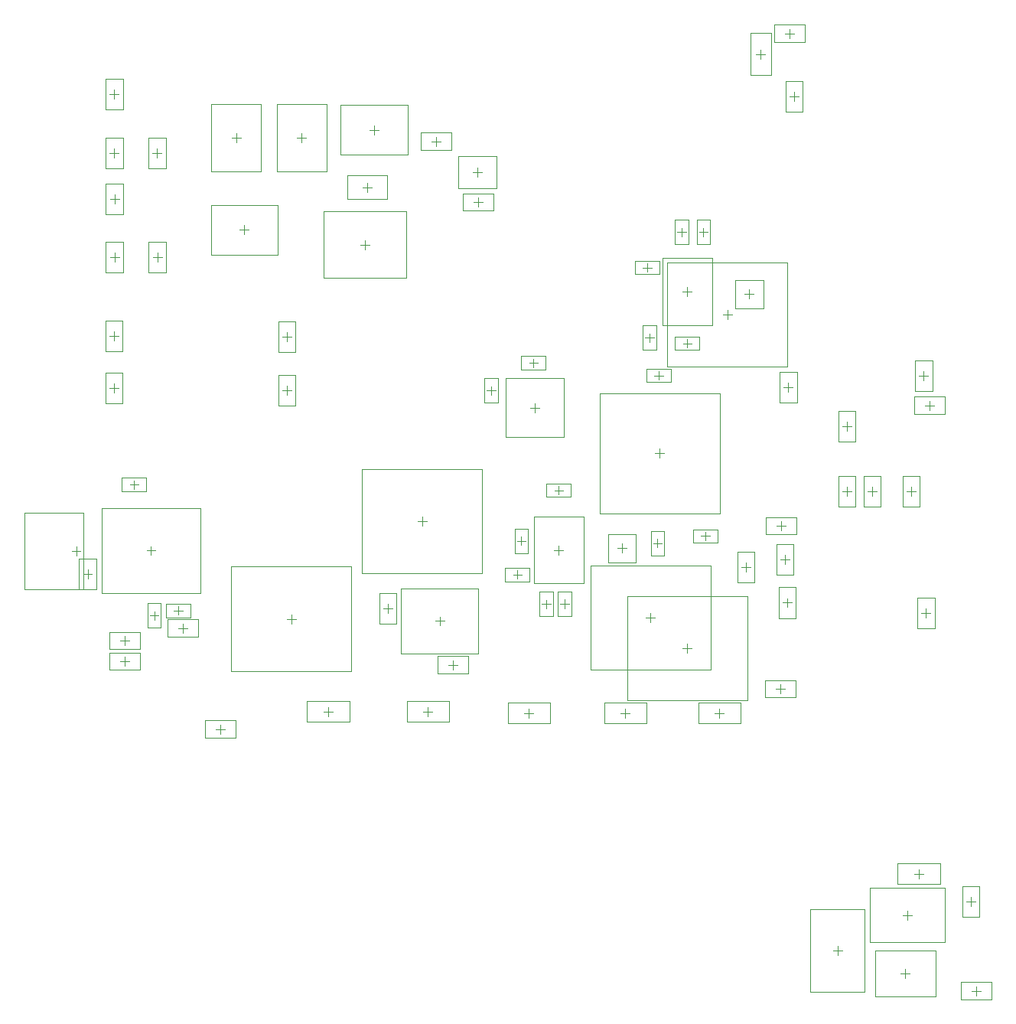
<source format=gbr>
%TF.GenerationSoftware,Altium Limited,Altium Designer,18.1.9 (240)*%
G04 Layer_Color=32768*
%FSLAX26Y26*%
%MOIN*%
%TF.FileFunction,Other,Mechanical_15*%
%TF.Part,Single*%
G01*
G75*
%TA.AperFunction,NonConductor*%
%ADD73C,0.003937*%
%ADD129C,0.001968*%
D73*
X8640315Y5500000D02*
X8679685D01*
X8660000Y5480315D02*
Y5519685D01*
X8233858Y4102205D02*
X8273228D01*
X8253543Y4082520D02*
Y4121890D01*
X7907480Y4100000D02*
X7946850D01*
X7927165Y4080315D02*
Y4119685D01*
X8180000Y4371299D02*
Y4408701D01*
X8161299Y4390000D02*
X8198701D01*
X7957480Y4000000D02*
X7996850D01*
X7977165Y3980315D02*
Y4019685D01*
X8248465Y3820000D02*
X8285866D01*
X8267165Y3801299D02*
Y3838701D01*
X8372165Y3822480D02*
Y3859882D01*
X8353465Y3841181D02*
X8390866D01*
X8140000Y3690315D02*
Y3729685D01*
X8120315Y3710000D02*
X8159685D01*
X8392165Y3745315D02*
Y3784685D01*
X8372480Y3765000D02*
X8411850D01*
X8140000Y3600315D02*
Y3639685D01*
X8120315Y3620000D02*
X8159685D01*
X8555000Y3305315D02*
Y3344685D01*
X8535315Y3325000D02*
X8574685D01*
X9570000Y3585315D02*
Y3624685D01*
X9550315Y3605000D02*
X9589685D01*
X9265315Y3850000D02*
X9304685D01*
X9285000Y3830315D02*
Y3869685D01*
X8845315Y3805000D02*
X8884685D01*
X8865000Y3785315D02*
Y3824685D01*
X9415315Y4230000D02*
X9454685D01*
X9435000Y4210315D02*
Y4249685D01*
X10668425Y4147133D02*
Y4184535D01*
X10649724Y4165834D02*
X10687126D01*
X10570315Y3676339D02*
X10609685D01*
X10590000Y3656653D02*
Y3696024D01*
X9025000Y3381614D02*
Y3420984D01*
X9005315Y3401299D02*
X9044685D01*
X9460000Y3381614D02*
Y3420984D01*
X9440315Y3401299D02*
X9479685D01*
X9900000Y3375315D02*
Y3414685D01*
X9880315Y3395000D02*
X9919685D01*
X10730000Y3375315D02*
Y3414685D01*
X10710315Y3395000D02*
X10749685D01*
X10320000Y3375315D02*
Y3414685D01*
X10300315Y3395000D02*
X10339685D01*
X9925000Y4705315D02*
Y4744685D01*
X9905315Y4725000D02*
X9944685D01*
X10441299Y4135000D02*
X10478701D01*
X10460000Y4116299D02*
Y4153701D01*
X9716299Y4800000D02*
X9753701D01*
X9735000Y4781299D02*
Y4818701D01*
X9901299Y4920000D02*
X9938701D01*
X9920000Y4901299D02*
Y4938701D01*
X10410315Y3810000D02*
X10449685D01*
X10430000Y3790315D02*
Y3829685D01*
X10305630Y4092913D02*
Y4132283D01*
X10285945Y4112599D02*
X10325315D01*
X9866732Y4126299D02*
Y4163701D01*
X9848031Y4145000D02*
X9885433D01*
X10055000Y3851890D02*
Y3889291D01*
X10036299Y3870590D02*
X10073701D01*
X9975000Y3851299D02*
Y3888701D01*
X9956299Y3870000D02*
X9993701D01*
X10030000Y4346299D02*
Y4383701D01*
X10011299Y4365000D02*
X10048701D01*
X9850000Y3979016D02*
Y4016417D01*
X9831299Y3997717D02*
X9868701D01*
X10010315Y4105000D02*
X10049685D01*
X10030000Y4085315D02*
Y4124685D01*
X10570315Y5230000D02*
X10609685D01*
X10590000Y5210315D02*
Y5249685D01*
X10465000Y4846299D02*
Y4883701D01*
X10446299Y4865000D02*
X10483701D01*
X10660000Y5471299D02*
Y5508701D01*
X10641299Y5490000D02*
X10678701D01*
X10565000Y5471299D02*
Y5508701D01*
X10546299Y5490000D02*
X10583701D01*
X10859370Y5200315D02*
Y5239685D01*
X10839685Y5220000D02*
X10879055D01*
X10425000Y5011299D02*
Y5048701D01*
X10406299Y5030000D02*
X10443701D01*
X10415000Y5316299D02*
Y5353701D01*
X10396299Y5335000D02*
X10433701D01*
X10590000Y4986299D02*
Y5023701D01*
X10571299Y5005000D02*
X10608701D01*
X9175315Y5685000D02*
X9214685D01*
X9195000Y5665315D02*
Y5704685D01*
X9185000Y5415315D02*
Y5454685D01*
X9165315Y5435000D02*
X9204685D01*
X9495000Y5865315D02*
Y5904685D01*
X9475315Y5885000D02*
X9514685D01*
X9680000Y5600315D02*
Y5639685D01*
X9660315Y5620000D02*
X9699685D01*
X9675000Y5730315D02*
Y5769685D01*
X9655315Y5750000D02*
X9694685D01*
X11225315Y2360000D02*
X11264685D01*
X11245000Y2340315D02*
Y2379685D01*
X11598071Y2675315D02*
Y2714685D01*
X11578386Y2695000D02*
X11617756D01*
X11850000Y2165315D02*
Y2204685D01*
X11830315Y2185000D02*
X11869685D01*
X11805315Y2575000D02*
X11844685D01*
X11825000Y2555315D02*
Y2594685D01*
X11550000Y2495315D02*
Y2534685D01*
X11530315Y2515000D02*
X11569685D01*
X11540000Y2240315D02*
Y2279685D01*
X11520315Y2260000D02*
X11559685D01*
X8261315Y5380000D02*
X8300685D01*
X8281000Y5360315D02*
Y5399685D01*
X8260315Y5835000D02*
X8299685D01*
X8280000Y5815315D02*
Y5854685D01*
X8073315Y5835000D02*
X8112685D01*
X8093000Y5815315D02*
Y5854685D01*
X8074315Y5380000D02*
X8113685D01*
X8094000Y5360315D02*
Y5399685D01*
X8825315Y4800000D02*
X8864685D01*
X8845000Y4780315D02*
Y4819685D01*
X8074315Y5635000D02*
X8113685D01*
X8094000Y5615315D02*
Y5654685D01*
X8073315Y6090000D02*
X8112685D01*
X8093000Y6070315D02*
Y6109685D01*
X8825315Y5033504D02*
X8864685D01*
X8845000Y5013819D02*
Y5053189D01*
X8072315Y5036888D02*
X8111685D01*
X8092000Y5017203D02*
Y5056573D01*
X8072315Y4810000D02*
X8111685D01*
X8092000Y4790315D02*
Y4829685D01*
X10890315Y6265000D02*
X10929685D01*
X10910000Y6245315D02*
Y6284685D01*
X11035000Y6335315D02*
Y6374685D01*
X11015315Y6355000D02*
X11054685D01*
X11035315Y6080000D02*
X11074685D01*
X11055000Y6060315D02*
Y6099685D01*
X11005315Y3875551D02*
X11044685D01*
X11025000Y3855866D02*
Y3895236D01*
X10470000Y4507246D02*
Y4546616D01*
X10450315Y4526931D02*
X10489685D01*
X10825315Y4030551D02*
X10864685D01*
X10845000Y4010866D02*
Y4050236D01*
X11645000Y4715315D02*
Y4754685D01*
X11625315Y4735000D02*
X11664685D01*
X11600315Y4865000D02*
X11639685D01*
X11620000Y4845315D02*
Y4884685D01*
X11265315Y4360000D02*
X11304685D01*
X11285000Y4340315D02*
Y4379685D01*
X11265315Y4642953D02*
X11304685D01*
X11285000Y4623268D02*
Y4662638D01*
X11010315Y4815000D02*
X11049685D01*
X11030000Y4795315D02*
Y4834685D01*
X11000000Y4190315D02*
Y4229685D01*
X10980315Y4210000D02*
X11019685D01*
X11545315Y4360000D02*
X11584685D01*
X11565000Y4340315D02*
Y4379685D01*
X10995866Y4065000D02*
X11035236D01*
X11015551Y4045315D02*
Y4084685D01*
X10995000Y3480709D02*
Y3520079D01*
X10975315Y3500394D02*
X11014685D01*
X11375315Y4360000D02*
X11414685D01*
X11395000Y4340315D02*
Y4379685D01*
X11610315Y3830000D02*
X11649685D01*
X11630000Y3810315D02*
Y3849685D01*
X9510984Y3775984D02*
Y3815354D01*
X9491299Y3795669D02*
X9530669D01*
X10745315Y5130945D02*
X10784685D01*
X10765000Y5111260D02*
Y5150630D01*
X8605315Y5900000D02*
X8644685D01*
X8625000Y5880315D02*
Y5919685D01*
X8890315Y5900000D02*
X8929685D01*
X8910000Y5880315D02*
Y5919685D01*
X9225000Y5915315D02*
Y5954685D01*
X9205315Y5935000D02*
X9244685D01*
D129*
X8805669Y5391732D02*
Y5608268D01*
X8514331D02*
X8805669D01*
X8514331Y5391732D02*
X8805669D01*
X8514331D02*
Y5608268D01*
X8037008Y3917166D02*
Y4287244D01*
X8470079Y3917166D02*
Y4287244D01*
X8037008D02*
X8470079D01*
X8037008Y3917166D02*
X8470079D01*
X7701772Y3932677D02*
X7957677D01*
X7701772Y4267323D02*
X7957677D01*
X7701772Y3932677D02*
Y4267323D01*
X7957677Y3932677D02*
Y4267323D01*
X8126850Y4360472D02*
X8233150D01*
X8126850Y4419528D02*
X8233150D01*
X8126850Y4360472D02*
Y4419528D01*
X8233150Y4360472D02*
Y4419528D01*
X7939764Y3933071D02*
Y4066929D01*
X8014567Y3933071D02*
Y4066929D01*
X7939764Y3933071D02*
X8014567D01*
X7939764Y4066929D02*
X8014567D01*
X8237638Y3766850D02*
Y3873150D01*
X8296693Y3766850D02*
Y3873150D01*
X8237638D02*
X8296693D01*
X8237638Y3766850D02*
X8296693D01*
X8319016Y3811653D02*
X8425315D01*
X8319016Y3870709D02*
X8425315D01*
X8319016Y3811653D02*
Y3870709D01*
X8425315Y3811653D02*
Y3870709D01*
X8073071Y3672598D02*
X8206929D01*
X8073071Y3747402D02*
X8206929D01*
Y3672598D02*
Y3747402D01*
X8073071Y3672598D02*
Y3747402D01*
X8325236Y3727598D02*
X8459094D01*
X8325236Y3802402D02*
X8459094D01*
Y3727598D02*
Y3802402D01*
X8325236Y3727598D02*
Y3802402D01*
X8073071Y3582598D02*
X8206929D01*
X8073071Y3657402D02*
X8206929D01*
Y3582598D02*
Y3657402D01*
X8073071Y3582598D02*
Y3657402D01*
X8488071Y3362402D02*
X8621929D01*
X8488071Y3287598D02*
X8621929D01*
X8488071D02*
Y3362402D01*
X8621929Y3287598D02*
Y3362402D01*
X9503071Y3642402D02*
X9636929D01*
X9503071Y3567598D02*
X9636929D01*
X9503071D02*
Y3642402D01*
X9636929Y3567598D02*
Y3642402D01*
X9322402Y3783071D02*
Y3916929D01*
X9247598Y3783071D02*
Y3916929D01*
X9322402D01*
X9247598Y3783071D02*
X9322402D01*
X8603189Y3577638D02*
Y4032362D01*
X9126811Y3577638D02*
Y4032362D01*
X8603189D02*
X9126811D01*
X8603189Y3577638D02*
X9126811D01*
X9696811Y4002638D02*
Y4457362D01*
X9173189Y4002638D02*
Y4457362D01*
X9696811D01*
X9173189Y4002638D02*
X9696811D01*
X10615276Y4195362D02*
X10721575D01*
X10615276Y4136307D02*
X10721575D01*
X10615276D02*
Y4195362D01*
X10721575Y4136307D02*
Y4195362D01*
X10328189Y3448976D02*
Y3903701D01*
X10851811Y3448976D02*
Y3903701D01*
X10328189Y3448976D02*
X10851811D01*
X10328189Y3903701D02*
X10851811D01*
X8932480Y3356024D02*
X9117520D01*
X8932480Y3446575D02*
X9117520D01*
Y3356024D02*
Y3446575D01*
X8932480Y3356024D02*
Y3446575D01*
X9367480Y3356024D02*
X9552520D01*
X9367480Y3446575D02*
X9552520D01*
Y3356024D02*
Y3446575D01*
X9367480Y3356024D02*
Y3446575D01*
X9807480Y3349724D02*
X9992520D01*
X9807480Y3440276D02*
X9992520D01*
Y3349724D02*
Y3440276D01*
X9807480Y3349724D02*
Y3440276D01*
X10637480Y3349724D02*
X10822520D01*
X10637480Y3440276D02*
X10822520D01*
Y3349724D02*
Y3440276D01*
X10637480Y3349724D02*
Y3440276D01*
X10227480Y3349724D02*
X10412520D01*
X10227480Y3440276D02*
X10412520D01*
Y3349724D02*
Y3440276D01*
X10227480Y3349724D02*
Y3440276D01*
X9797047Y4853937D02*
X10052953D01*
X9797047Y4596063D02*
Y4853937D01*
Y4596063D02*
X10052953D01*
Y4853937D01*
X10430472Y4081850D02*
Y4188150D01*
X10489528Y4081850D02*
Y4188150D01*
X10430472D02*
X10489528D01*
X10430472Y4081850D02*
X10489528D01*
X9764528Y4746850D02*
Y4853150D01*
X9705472Y4746850D02*
Y4853150D01*
X9764528D01*
X9705472Y4746850D02*
X9764528D01*
X9973150Y4890472D02*
Y4949528D01*
X9866850Y4890472D02*
Y4949528D01*
Y4890472D02*
X9973150D01*
X9866850Y4949528D02*
X9973150D01*
X10168189Y3582638D02*
Y4037362D01*
X10691811Y3582638D02*
Y4037362D01*
X10168189D02*
X10691811D01*
X10168189Y3582638D02*
X10691811D01*
X10244606Y4174016D02*
X10366654D01*
X10244606Y4051181D02*
X10366654D01*
X10244606D02*
Y4174016D01*
X10366654Y4051181D02*
Y4174016D01*
X9837205Y4198150D02*
X9896260D01*
X9837205Y4091850D02*
X9896260D01*
Y4198150D01*
X9837205Y4091850D02*
Y4198150D01*
X10025472Y3817441D02*
X10084528D01*
X10025472Y3923740D02*
X10084528D01*
X10025472Y3817441D02*
Y3923740D01*
X10084528Y3817441D02*
Y3923740D01*
X9945472Y3923150D02*
X10004528D01*
X9945472Y3816850D02*
X10004528D01*
Y3923150D01*
X9945472Y3816850D02*
Y3923150D01*
X9976850Y4394528D02*
X10083150D01*
X9976850Y4335472D02*
X10083150D01*
X9976850D02*
Y4394528D01*
X10083150Y4335472D02*
Y4394528D01*
X9796850Y3968189D02*
X9903150D01*
X9796850Y4027244D02*
X9903150D01*
Y3968189D02*
Y4027244D01*
X9796850Y3968189D02*
Y4027244D01*
X9921732Y3959331D02*
Y4250669D01*
X10138268Y3959331D02*
Y4250669D01*
X9921732Y3959331D02*
X10138268D01*
X9921732Y4250669D02*
X10138268D01*
X10481732Y5084331D02*
Y5375669D01*
X10698268Y5084331D02*
Y5375669D01*
X10481732D02*
X10698268D01*
X10481732Y5084331D02*
X10698268D01*
X10411850Y4894528D02*
X10518150D01*
X10411850Y4835472D02*
X10518150D01*
X10411850D02*
Y4894528D01*
X10518150Y4835472D02*
Y4894528D01*
X10630472Y5543150D02*
X10689528D01*
X10630472Y5436850D02*
X10689528D01*
X10630472D02*
Y5543150D01*
X10689528Y5436850D02*
Y5543150D01*
X10535472Y5436850D02*
X10594528D01*
X10535472Y5543150D02*
X10594528D01*
Y5436850D02*
Y5543150D01*
X10535472Y5436850D02*
Y5543150D01*
X10798346Y5158583D02*
X10920394D01*
X10798346Y5281417D02*
X10920394D01*
X10798346Y5158583D02*
Y5281417D01*
X10920394Y5158583D02*
Y5281417D01*
X10395472Y4976850D02*
X10454528D01*
X10395472Y5083150D02*
X10454528D01*
Y4976850D02*
Y5083150D01*
X10395472Y4976850D02*
Y5083150D01*
X10361850Y5364528D02*
X10468150D01*
X10361850Y5305472D02*
X10468150D01*
Y5364528D01*
X10361850Y5305472D02*
Y5364528D01*
X10536850Y4975472D02*
X10643150D01*
X10536850Y5034528D02*
X10643150D01*
X10536850Y4975472D02*
Y5034528D01*
X10643150Y4975472D02*
Y5034528D01*
X9282598Y5633819D02*
Y5736181D01*
X9107402Y5633819D02*
Y5736181D01*
Y5633819D02*
X9282598D01*
X9107402Y5736181D02*
X9282598D01*
X9005866Y5289331D02*
X9364134D01*
X9005866Y5580669D02*
X9364134D01*
X9005866Y5289331D02*
Y5580669D01*
X9364134Y5289331D02*
Y5580669D01*
X9428071Y5847598D02*
X9561929D01*
X9428071Y5922402D02*
X9561929D01*
Y5847598D02*
Y5922402D01*
X9428071Y5847598D02*
Y5922402D01*
X9613071Y5582598D02*
X9746929D01*
X9613071Y5657402D02*
X9746929D01*
Y5582598D02*
Y5657402D01*
X9613071Y5582598D02*
Y5657402D01*
X9592323Y5679134D02*
X9757677D01*
X9592323Y5820866D02*
X9757677D01*
Y5679134D02*
Y5820866D01*
X9592323Y5679134D02*
Y5820866D01*
X11126890Y2178898D02*
Y2541102D01*
X11363110Y2178898D02*
Y2541102D01*
X11126890Y2178898D02*
X11363110D01*
X11126890Y2541102D02*
X11363110D01*
X11505551Y2740276D02*
X11690591D01*
X11505551Y2649724D02*
X11690591D01*
X11505551D02*
Y2740276D01*
X11690591Y2649724D02*
Y2740276D01*
X11783071Y2147598D02*
X11916929D01*
X11783071Y2222402D02*
X11916929D01*
Y2147598D02*
Y2222402D01*
X11783071Y2147598D02*
Y2222402D01*
X11862402Y2508071D02*
Y2641929D01*
X11787598Y2508071D02*
Y2641929D01*
X11862402D01*
X11787598Y2508071D02*
X11862402D01*
X11386614Y2633110D02*
X11713386D01*
X11386614Y2396890D02*
X11713386D01*
X11386614D02*
Y2633110D01*
X11713386Y2396890D02*
Y2633110D01*
X11409094Y2360984D02*
X11670906D01*
X11409094Y2159016D02*
X11670906D01*
X11409094D02*
Y2360984D01*
X11670906Y2159016D02*
Y2360984D01*
X8318401Y5313071D02*
Y5446929D01*
X8243598Y5313071D02*
Y5446929D01*
X8318401D01*
X8243598Y5313071D02*
X8318401D01*
X8317401Y5768071D02*
Y5901929D01*
X8242598Y5768071D02*
Y5901929D01*
X8317401D01*
X8242598Y5768071D02*
X8317401D01*
X8130402Y5768071D02*
Y5901929D01*
X8055598Y5768071D02*
Y5901929D01*
X8130402D01*
X8055598Y5768071D02*
X8130402D01*
X8131402Y5313071D02*
Y5446929D01*
X8056598Y5313071D02*
Y5446929D01*
X8131402D01*
X8056598Y5313071D02*
X8131402D01*
X8882401Y4733071D02*
Y4866929D01*
X8807598Y4733071D02*
Y4866929D01*
X8882401D01*
X8807598Y4733071D02*
X8882401D01*
X8131402Y5568071D02*
Y5701929D01*
X8056598Y5568071D02*
Y5701929D01*
X8131402D01*
X8056598Y5568071D02*
X8131402D01*
X8130402Y6023071D02*
Y6156929D01*
X8055598Y6023071D02*
Y6156929D01*
X8130402D01*
X8055598Y6023071D02*
X8130402D01*
X8882402Y4966575D02*
Y5100433D01*
X8807598Y4966575D02*
Y5100433D01*
X8882402D01*
X8807598Y4966575D02*
X8882402D01*
X8129402Y4969959D02*
Y5103817D01*
X8054598Y4969959D02*
Y5103817D01*
X8129402D01*
X8054598Y4969959D02*
X8129402D01*
X8129401Y4743071D02*
Y4876929D01*
X8054598Y4743071D02*
Y4876929D01*
X8129401D01*
X8054598Y4743071D02*
X8129401D01*
X10955276Y6172480D02*
Y6357520D01*
X10864724Y6172480D02*
Y6357520D01*
X10955276D01*
X10864724Y6172480D02*
X10955276D01*
X10968071Y6392401D02*
X11101929D01*
X10968071Y6317598D02*
X11101929D01*
X10968071D02*
Y6392401D01*
X11101929Y6317598D02*
Y6392401D01*
X11017599Y6013071D02*
Y6146929D01*
X11092402Y6013071D02*
Y6146929D01*
X11017599Y6013071D02*
X11092402D01*
X11017599Y6146929D02*
X11092402D01*
X11062402Y3808622D02*
Y3942480D01*
X10987598Y3808622D02*
Y3942480D01*
Y3808622D02*
X11062402D01*
X10987598Y3942480D02*
X11062402D01*
X10208189Y4788742D02*
X10731811D01*
X10208189Y4265120D02*
X10731811D01*
X10208189D02*
Y4788742D01*
X10731811Y4265120D02*
Y4788742D01*
X10882402Y3963622D02*
Y4097480D01*
X10807598Y3963622D02*
Y4097480D01*
Y3963622D02*
X10882402D01*
X10807598Y4097480D02*
X10882402D01*
X11578071Y4772402D02*
X11711929D01*
X11578071Y4697598D02*
X11711929D01*
Y4772402D01*
X11578071Y4697598D02*
Y4772402D01*
X11657402Y4798071D02*
Y4931929D01*
X11582598Y4798071D02*
Y4931929D01*
Y4798071D02*
X11657402D01*
X11582598Y4931929D02*
X11657402D01*
X11247598Y4293071D02*
Y4426929D01*
X11322402Y4293071D02*
Y4426929D01*
X11247598D02*
X11322402D01*
X11247598Y4293071D02*
X11322402D01*
X11247598Y4576024D02*
Y4709882D01*
X11322402Y4576024D02*
Y4709882D01*
X11247598D02*
X11322402D01*
X11247598Y4576024D02*
X11322402D01*
X11067402Y4748071D02*
Y4881929D01*
X10992598Y4748071D02*
Y4881929D01*
Y4748071D02*
X11067402D01*
X10992598Y4881929D02*
X11067402D01*
X10933071Y4172598D02*
X11066929D01*
X10933071Y4247402D02*
X11066929D01*
X10933071Y4172598D02*
Y4247402D01*
X11066929Y4172598D02*
Y4247402D01*
X11602402Y4293071D02*
Y4426929D01*
X11527598Y4293071D02*
Y4426929D01*
Y4293071D02*
X11602402D01*
X11527598Y4426929D02*
X11602402D01*
X10978150Y3998071D02*
Y4131929D01*
X11052953Y3998071D02*
Y4131929D01*
X10978150D02*
X11052953D01*
X10978150Y3998071D02*
X11052953D01*
X10928071Y3462992D02*
X11061929D01*
X10928071Y3537795D02*
X11061929D01*
X10928071Y3462992D02*
Y3537795D01*
X11061929Y3462992D02*
Y3537795D01*
X11432402Y4293071D02*
Y4426929D01*
X11357598Y4293071D02*
Y4426929D01*
Y4293071D02*
X11432402D01*
X11357598Y4426929D02*
X11432402D01*
X11592598Y3763071D02*
Y3896929D01*
X11667402Y3763071D02*
Y3896929D01*
X11592598D02*
X11667402D01*
X11592598Y3763071D02*
X11667402D01*
X9343661Y3653937D02*
X9678307D01*
X9343661Y3937402D02*
X9678307D01*
Y3653937D02*
Y3937402D01*
X9343661Y3653937D02*
Y3937402D01*
X10503189Y4903583D02*
Y5358307D01*
X11026811Y4903583D02*
Y5358307D01*
X10503189Y4903583D02*
X11026811D01*
X10503189Y5358307D02*
X11026811D01*
X8733268Y5754331D02*
Y6045669D01*
X8516732Y5754331D02*
Y6045669D01*
X8733268D01*
X8516732Y5754331D02*
X8733268D01*
X9018268D02*
Y6045669D01*
X8801732Y5754331D02*
Y6045669D01*
X9018268D01*
X8801732Y5754331D02*
X9018268D01*
X9079331Y6043268D02*
X9370669D01*
X9079331Y5826732D02*
X9370669D01*
X9079331D02*
Y6043268D01*
X9370669Y5826732D02*
Y6043268D01*
%TF.MD5,8cfd2b3a83b748ca9290934275ab945b*%
M02*

</source>
